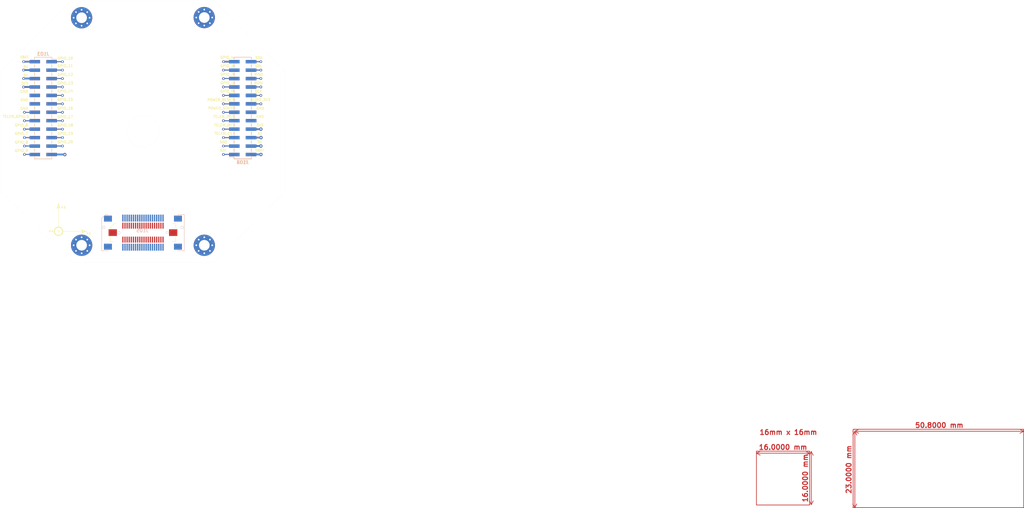
<source format=kicad_pcb>
(kicad_pcb (version 20211014) (generator pcbnew)
  (layers (0 "F.Cu" signal) (31 "B.Cu" signal) (34 "B.Paste" user) (35 "F.Paste" user) (36 "B.SilkS" user "B.Silkscreen") (37 "F.SilkS" user "F.Silkscreen") (38 "B.Mask" user) (39 "F.Mask" user) (44 "Edge.Cuts" user))
  (net 0 "")
  (net 1 "/VBAT")
  (net 2 "/TELEM_GPIO_1")
  (net 3 "/9V")
  (net 4 "/TELEM_GPIO_2")
  (net 5 "/5V")
  (net 6 "/TELEM_GPIO_3")
  (net 7 "/3V3")
  (net 8 "/TELEM_GPIO_4")
  (net 9 "6V_AC_SERVO1")
  (net 10 "/TELEM_GPIO_5")
  (net 11 "/CONT_3V3")
  (net 12 "/SERVO1")
  (net 13 "/B2B_I2C_SDA")
  (net 14 "/SERVO2")
  (net 15 "/B2B_I2C_SCL")
  (net 16 "/B2B_GPIO_8")
  (net 17 "/B2B_SPI_SCK")
  (net 18 "/B2B_GPIO_9")
  (net 19 "/B2B_SPI_MISO")
  (net 20 "/B2B_GPIO_10")
  (net 21 "/B2B_SPI_MOSI")
  (net 22 "/B2B_GPIO_11")
  (net 23 "/CONT_GND")
  (net 24 "/B2B_UART_SDI")
  (net 25 "/B2B_UART_SDO")
  (net 26 "/TELEM_CS")
  (net 27 "/TELEM_INT")
  (net 28 "/TELEM_RST")
  (net 29 "/POWER_STATE")
  (net 30 "/POWER_RESET")
  (net 31 "/B2B_GPIO_12")
  (net 32 "/B2B_GPIO_13")
  (net 33 "/B2B_GPIO_14")
  (net 34 "/B2B_GPIO_15")
  (net 35 "/B2B_GPIO_16")
  (net 36 "/B2B_GPIO_17")
  (net 37 "/B2B_GPIO_18")
  (net 38 "/B2B_GPIO_19")
  (net 39 "/B2B_GPIO_20")
  (net 40 "6V_AC_SERVO2")
  (net 41 "/GND")
  (footprint "Connector_PinHeader_2.54mm:PinHeader_2x12_P2.54mm_Vertical_SMD" (layer "F.Cu") (at -30 -7)
    (fp_text reference "J101" (at 0 -16.3) (layer "F.SilkS"))
    (fp_text value "Conn_02x12_Odd_Even")
    (pad "1" smd rect (at -2.525 -13.97) (size 3.15 1) (layers "F.Cu" "F.Paste" "F.Mask") (net 1 "/VBAT"))
    (pad "2" smd rect (at 2.525 -13.97) (size 3.15 1) (layers "F.Cu" "F.Paste" "F.Mask") (net 20 "/B2B_GPIO_10"))
    (pad "3" smd rect (at -2.525 -11.43) (size 3.15 1) (layers "F.Cu" "F.Paste" "F.Mask") (net 3 "/9V"))
    (pad "4" smd rect (at 2.525 -11.43) (size 3.15 1) (layers "F.Cu" "F.Paste" "F.Mask") (net 22 "/B2B_GPIO_11"))
    (pad "5" smd rect (at -2.525 -8.89) (size 3.15 1) (layers "F.Cu" "F.Paste" "F.Mask") (net 5 "/5V"))
    (pad "6" smd rect (at 2.525 -8.89) (size 3.15 1) (layers "F.Cu" "F.Paste" "F.Mask") (net 31 "/B2B_GPIO_12"))
    (pad "7" smd rect (at -2.525 -6.35) (size 3.15 1) (layers "F.Cu" "F.Paste" "F.Mask") (net 7 "/3V3"))
    (pad "8" smd rect (at 2.525 -6.35) (size 3.15 1) (layers "F.Cu" "F.Paste" "F.Mask") (net 32 "/B2B_GPIO_13"))
    (pad "9" smd rect (at -2.525 -3.81) (size 3.15 1) (layers "F.Cu" "F.Paste" "F.Mask") (net 41 "/GND"))
    (pad "10" smd rect (at 2.525 -3.81) (size 3.15 1) (layers "F.Cu" "F.Paste" "F.Mask") (net 33 "/B2B_GPIO_14"))
    (pad "11" smd rect (at -2.525 -1.27) (size 3.15 1) (layers "F.Cu" "F.Paste" "F.Mask") (net 41 "/GND"))
    (pad "12" smd rect (at 2.525 -1.27) (size 3.15 1) (layers "F.Cu" "F.Paste" "F.Mask") (net 34 "/B2B_GPIO_15"))
    (pad "13" smd rect (at -2.525 1.27) (size 3.15 1) (layers "F.Cu" "F.Paste" "F.Mask") (net 23 "/CONT_GND"))
    (pad "14" smd rect (at 2.525 1.27) (size 3.15 1) (layers "F.Cu" "F.Paste" "F.Mask") (net 35 "/B2B_GPIO_16"))
    (pad "15" smd rect (at -2.525 3.81) (size 3.15 1) (layers "F.Cu" "F.Paste" "F.Mask") (net 10 "/TELEM_GPIO_5"))
    (pad "16" smd rect (at 2.525 3.81) (size 3.15 1) (layers "F.Cu" "F.Paste" "F.Mask") (net 36 "/B2B_GPIO_17"))
    (pad "17" smd rect (at -2.525 6.35) (size 3.15 1) (layers "F.Cu" "F.Paste" "F.Mask") (net 12 "/SERVO1"))
    (pad "18" smd rect (at 2.525 6.35) (size 3.15 1) (layers "F.Cu" "F.Paste" "F.Mask") (net 37 "/B2B_GPIO_18"))
    (pad "19" smd rect (at -2.525 8.89) (size 3.15 1) (layers "F.Cu" "F.Paste" "F.Mask") (net 14 "/SERVO2"))
    (pad "20" smd rect (at 2.525 8.89) (size 3.15 1) (layers "F.Cu" "F.Paste" "F.Mask") (net 38 "/B2B_GPIO_19"))
    (pad "21" smd rect (at -2.525 11.43) (size 3.15 1) (layers "F.Cu" "F.Paste" "F.Mask") (net 16 "/B2B_GPIO_8"))
    (pad "22" smd rect (at 2.525 11.43) (size 3.15 1) (layers "F.Cu" "F.Paste" "F.Mask") (net 39 "/B2B_GPIO_20"))
    (pad "23" smd rect (at -2.525 13.97) (size 3.15 1) (layers "F.Cu" "F.Paste" "F.Mask") (net 18 "/B2B_GPIO_9"))
    (pad "24" smd rect (at 2.525 13.97) (size 3.15 1) (layers "F.Cu" "F.Paste" "F.Mask") (net 40 "6V_AC_SERVO2"))
  )
  (footprint "MountingHole:MountingHole_3.2mm_M3_Pad_Via" (layer "F.Cu") (at -18.44 34.3)
    (fp_text reference "REF**" hide)
    (fp_text value "MountingHole_3.2mm_M3_Pad_Via")
    (pad "1" thru_hole circle (at -2.4 0) (size 0.8 0.8) (drill 0.5) (layers *.Cu *.Mask))
    (pad "1" thru_hole circle (at 0 -2.4) (size 0.8 0.8) (drill 0.5) (layers *.Cu *.Mask))
    (pad "1" thru_hole circle (at 0 0) (size 6.4 6.4) (drill 3.2) (layers *.Cu *.Mask))
    (pad "1" thru_hole circle (at 0 2.4) (size 0.8 0.8) (drill 0.5) (layers *.Cu *.Mask))
    (pad "1" thru_hole circle (at -1.697056 1.697056) (size 0.8 0.8) (drill 0.5) (layers *.Cu *.Mask))
    (pad "1" thru_hole circle (at -1.697056 -1.697056) (size 0.8 0.8) (drill 0.5) (layers *.Cu *.Mask))
    (pad "1" thru_hole circle (at 1.697056 -1.697056) (size 0.8 0.8) (drill 0.5) (layers *.Cu *.Mask))
    (pad "1" thru_hole circle (at 1.697056 1.697056) (size 0.8 0.8) (drill 0.5) (layers *.Cu *.Mask))
    (pad "1" thru_hole circle (at 2.4 0) (size 0.8 0.8) (drill 0.5) (layers *.Cu *.Mask))
  )
  (footprint "memes:axes" (layer "F.Cu") (at -21.8 26.5)
    (fp_text reference "G***" hide)
    (fp_text value "LOGO" hide)
  )
  (footprint "Connector_ISS:536270474" (layer "F.Cu") (at 0 30.5)
    (fp_text reference "J106")
    (fp_text value "536270474")
    (fp_circle (center -7.285 0) (end -6.835 0) (layer "Edge.Cuts") (width 0.1) (fill none))
    (fp_circle (center 7.285 0) (end 7.635 0) (layer "Edge.Cuts") (width 0.1) (fill none))
    (pad "1" smd rect (at -6.0325 -2.1) (size 0.35 1.8) (layers "F.Cu" "F.Paste" "F.Mask"))
    (pad "2" smd rect (at -5.3975 -2.1) (size 0.35 1.8) (layers "F.Cu" "F.Paste" "F.Mask"))
    (pad "3" smd rect (at -4.7625 -2.1) (size 0.35 1.8) (layers "F.Cu" "F.Paste" "F.Mask"))
    (pad "4" smd rect (at -4.1275 -2.1) (size 0.35 1.8) (layers "F.Cu" "F.Paste" "F.Mask"))
    (pad "5" smd rect (at -3.4925 -2.1) (size 0.35 1.8) (layers "F.Cu" "F.Paste" "F.Mask"))
    (pad "6" smd rect (at -2.8575 -2.1) (size 0.35 1.8) (layers "F.Cu" "F.Paste" "F.Mask"))
    (pad "7" smd rect (at -2.2225 -2.1) (size 0.35 1.8) (layers "F.Cu" "F.Paste" "F.Mask"))
    (pad "8" smd rect (at -1.5875 -2.1) (size 0.35 1.8) (layers "F.Cu" "F.Paste" "F.Mask"))
    (pad "9" smd rect (at -0.9525 -2.1) (size 0.35 1.8) (layers "F.Cu" "F.Paste" "F.Mask"))
    (pad "10" smd rect (at -0.3175 -2.1) (size 0.35 1.8) (layers "F.Cu" "F.Paste" "F.Mask"))
    (pad "11" smd rect (at 0.3175 -2.1) (size 0.35 1.8) (layers "F.Cu" "F.Paste" "F.Mask"))
    (pad "12" smd rect (at 0.9525 -2.1) (size 0.35 1.8) (layers "F.Cu" "F.Paste" "F.Mask"))
    (pad "13" smd rect (at 1.5875 -2.1) (size 0.35 1.8) (layers "F.Cu" "F.Paste" "F.Mask"))
    (pad "14" smd rect (at 2.2225 -2.1) (size 0.35 1.8) (layers "F.Cu" "F.Paste" "F.Mask"))
    (pad "15" smd rect (at 2.8575 -2.1) (size 0.35 1.8) (layers "F.Cu" "F.Paste" "F.Mask"))
    (pad "16" smd rect (at 3.4925 -2.1) (size 0.35 1.8) (layers "F.Cu" "F.Paste" "F.Mask"))
    (pad "17" smd rect (at 4.1275 -2.1) (size 0.35 1.8) (layers "F.Cu" "F.Paste" "F.Mask"))
    (pad "18" smd rect (at 4.7625 -2.1) (size 0.35 1.8) (layers "F.Cu" "F.Paste" "F.Mask"))
    (pad "19" smd rect (at 5.3975 -2.1) (size 0.35 1.8) (layers "F.Cu" "F.Paste" "F.Mask"))
    (pad "20" smd rect (at 6.0325 -2.1) (size 0.35 1.8) (layers "F.Cu" "F.Paste" "F.Mask"))
    (pad "21" smd rect (at 6.0325 2.1) (size 0.35 1.8) (layers "F.Cu" "F.Paste" "F.Mask"))
    (pad "22" smd rect (at 5.3975 2.1) (size 0.35 1.8) (layers "F.Cu" "F.Paste" "F.Mask"))
    (pad "23" smd rect (at 4.7625 2.1) (size 0.35 1.8) (layers "F.Cu" "F.Paste" "F.Mask"))
    (pad "24" smd rect (at 4.1275 2.1) (size 0.35 1.8) (layers "F.Cu" "F.Paste" "F.Mask"))
    (pad "25" smd rect (at 3.4925 2.1) (size 0.35 1.8) (layers "F.Cu" "F.Paste" "F.Mask"))
    (pad "26" smd rect (at 2.8575 2.1) (size 0.35 1.8) (layers "F.Cu" "F.Paste" "F.Mask"))
    (pad "27" smd rect (at 2.2225 2.1) (size 0.35 1.8) (layers "F.Cu" "F.Paste" "F.Mask"))
    (pad "28" smd rect (at 1.5875 2.1) (size 0.35 1.8) (layers "F.Cu" "F.Paste" "F.Mask"))
    (pad "29" smd rect (at 0.9525 2.1) (size 0.35 1.8) (layers "F.Cu" "F.Paste" "F.Mask"))
    (pad "30" smd rect (at 0.3175 2.1) (size 0.35 1.8) (layers "F.Cu" "F.Paste" "F.Mask"))
    (pad "31" smd rect (at -0.3175 2.1) (size 0.35 1.8) (layers "F.Cu" "F.Paste" "F.Mask"))
    (pad "32" smd rect (at -0.9525 2.1) (size 0.35 1.8) (layers "F.Cu" "F.Paste" "F.Mask"))
    (pad "33" smd rect (at -1.5875 2.1) (size 0.35 1.8) (layers "F.Cu" "F.Paste" "F.Mask"))
    (pad "34" smd rect (at -2.2225 2.1) (size 0.35 1.8) (layers "F.Cu" "F.Paste" "F.Mask"))
    (pad "35" smd rect (at -2.8575 2.1) (size 0.35 1.8) (layers "F.Cu" "F.Paste" "F.Mask"))
    (pad "36" smd rect (at -3.4925 2.1) (size 0.35 1.8) (layers "F.Cu" "F.Paste" "F.Mask"))
    (pad "37" smd rect (at -4.1275 2.1) (size 0.35 1.8) (layers "F.Cu" "F.Paste" "F.Mask"))
    (pad "38" smd rect (at -4.7625 2.1) (size 0.35 1.8) (layers "F.Cu" "F.Paste" "F.Mask"))
    (pad "39" smd rect (at -5.3975 2.1) (size 0.35 1.8) (layers "F.Cu" "F.Paste" "F.Mask"))
    (pad "40" smd rect (at -6.0325 2.1) (size 0.35 1.8) (layers "F.Cu" "F.Paste" "F.Mask"))
    (pad "GND" smd rect (at -9.085 0) (size 2.5 2) (layers "F.Cu" "F.Paste" "F.Mask"))
    (pad "GND" smd rect (at 9.085 0) (size 2.5 2) (layers "F.Cu" "F.Paste" "F.Mask"))
  )
  (footprint "Connector_PinHeader_2.54mm:PinHeader_2x12_P2.54mm_Vertical_SMD" (layer "F.Cu") (at 30 -7 180)
    (fp_text reference "J102" (at 0 -16.3) (layer "F.SilkS"))
    (fp_text value "Conn_02x12_Odd_Even")
    (pad "1" smd rect (at -2.525 -13.97 180) (size 3.15 1) (layers "F.Cu" "F.Paste" "F.Mask") (net 1 "/VBAT"))
    (pad "2" smd rect (at 2.525 -13.97 180) (size 3.15 1) (layers "F.Cu" "F.Paste" "F.Mask") (net 24 "/B2B_UART_SDI"))
    (pad "3" smd rect (at -2.525 -11.43 180) (size 3.15 1) (layers "F.Cu" "F.Paste" "F.Mask") (net 3 "/9V"))
    (pad "4" smd rect (at 2.525 -11.43 180) (size 3.15 1) (layers "F.Cu" "F.Paste" "F.Mask") (net 25 "/B2B_UART_SDO"))
    (pad "5" smd rect (at -2.525 -8.89 180) (size 3.15 1) (layers "F.Cu" "F.Paste" "F.Mask") (net 5 "/5V"))
    (pad "6" smd rect (at 2.525 -8.89 180) (size 3.15 1) (layers "F.Cu" "F.Paste" "F.Mask") (net 26 "/TELEM_CS"))
    (pad "7" smd rect (at -2.525 -6.35 180) (size 3.15 1) (layers "F.Cu" "F.Paste" "F.Mask") (net 7 "/3V3"))
    (pad "8" smd rect (at 2.525 -6.35 180) (size 3.15 1) (layers "F.Cu" "F.Paste" "F.Mask") (net 27 "/TELEM_INT"))
    (pad "9" smd rect (at -2.525 -3.81 180) (size 3.15 1) (layers "F.Cu" "F.Paste" "F.Mask") (net 41 "/GND"))
    (pad "10" smd rect (at 2.525 -3.81 180) (size 3.15 1) (layers "F.Cu" "F.Paste" "F.Mask") (net 28 "/TELEM_RST"))
    (pad "11" smd rect (at -2.525 -1.27 180) (size 3.15 1) (layers "F.Cu" "F.Paste" "F.Mask") (net 41 "/GND"))
    (pad "12" smd rect (at 2.525 -1.27 180) (size 3.15 1) (layers "F.Cu" "F.Paste" "F.Mask") (net 29 "/POWER_STATE"))
    (pad "13" smd rect (at -2.525 1.27 180) (size 3.15 1) (layers "F.Cu" "F.Paste" "F.Mask") (net 11 "/CONT_3V3"))
    (pad "14" smd rect (at 2.525 1.27 180) (size 3.15 1) (layers "F.Cu" "F.Paste" "F.Mask") (net 30 "/POWER_RESET"))
    (pad "15" smd rect (at -2.525 3.81 180) (size 3.15 1) (layers "F.Cu" "F.Paste" "F.Mask") (net 17 "/B2B_SPI_SCK"))
    (pad "16" smd rect (at 2.525 3.81 180) (size 3.15 1) (layers "F.Cu" "F.Paste" "F.Mask") (net 2 "/TELEM_GPIO_1"))
    (pad "17" smd rect (at -2.525 6.35 180) (size 3.15 1) (layers "F.Cu" "F.Paste" "F.Mask") (net 21 "/B2B_SPI_MOSI"))
    (pad "18" smd rect (at 2.525 6.35 180) (size 3.15 1) (layers "F.Cu" "F.Paste" "F.Mask") (net 4 "/TELEM_GPIO_2"))
    (pad "19" smd rect (at -2.525 8.89 180) (size 3.15 1) (layers "F.Cu" "F.Paste" "F.Mask") (net 19 "/B2B_SPI_MISO"))
    (pad "20" smd rect (at 2.525 8.89 180) (size 3.15 1) (layers "F.Cu" "F.Paste" "F.Mask") (net 6 "/TELEM_GPIO_3"))
    (pad "21" smd rect (at -2.525 11.43 180) (size 3.15 1) (layers "F.Cu" "F.Paste" "F.Mask") (net 15 "/B2B_I2C_SCL"))
    (pad "22" smd rect (at 2.525 11.43 180) (size 3.15 1) (layers "F.Cu" "F.Paste" "F.Mask") (net 8 "/TELEM_GPIO_4"))
    (pad "23" smd rect (at -2.525 13.97 180) (size 3.15 1) (layers "F.Cu" "F.Paste" "F.Mask") (net 13 "/B2B_I2C_SDA"))
    (pad "24" smd rect (at 2.525 13.97 180) (size 3.15 1) (layers "F.Cu" "F.Paste" "F.Mask") (net 9 "6V_AC_SERVO1"))
  )
  (footprint "MountingHole:MountingHole_3.2mm_M3_Pad_Via" (layer "F.Cu") (at 18.44 -34.25)
    (fp_text reference "REF**" hide)
    (fp_text value "MountingHole_3.2mm_M3_Pad_Via")
    (pad "1" thru_hole circle (at 2.4 0) (size 0.8 0.8) (drill 0.5) (layers *.Cu *.Mask))
    (pad "1" thru_hole circle (at -1.697056 1.697056) (size 0.8 0.8) (drill 0.5) (layers *.Cu *.Mask))
    (pad "1" thru_hole circle (at 0 2.4) (size 0.8 0.8) (drill 0.5) (layers *.Cu *.Mask))
    (pad "1" thru_hole circle (at -1.697056 -1.697056) (size 0.8 0.8) (drill 0.5) (layers *.Cu *.Mask))
    (pad "1" thru_hole circle (at -2.4 0) (size 0.8 0.8) (drill 0.5) (layers *.Cu *.Mask))
    (pad "1" thru_hole circle (at 1.697056 1.697056) (size 0.8 0.8) (drill 0.5) (layers *.Cu *.Mask))
    (pad "1" thru_hole circle (at 1.697056 -1.697056) (size 0.8 0.8) (drill 0.5) (layers *.Cu *.Mask))
    (pad "1" thru_hole circle (at 0 -2.4) (size 0.8 0.8) (drill 0.5) (layers *.Cu *.Mask))
    (pad "1" thru_hole circle (at 0 0) (size 6.4 6.4) (drill 3.2) (layers *.Cu *.Mask))
  )
  (footprint "MountingHole:MountingHole_3.2mm_M3_Pad_Via" (layer "F.Cu") (at 18.45 34.3)
    (fp_text reference "REF**" hide)
    (fp_text value "MountingHole_3.2mm_M3_Pad_Via")
    (pad "1" thru_hole circle (at 0 0) (size 6.4 6.4) (drill 3.2) (layers *.Cu *.Mask))
    (pad "1" thru_hole circle (at 1.697056 -1.697056) (size 0.8 0.8) (drill 0.5) (layers *.Cu *.Mask))
    (pad "1" thru_hole circle (at -1.697056 -1.697056) (size 0.8 0.8) (drill 0.5) (layers *.Cu *.Mask))
    (pad "1" thru_hole circle (at -2.4 0) (size 0.8 0.8) (drill 0.5) (layers *.Cu *.Mask))
    (pad "1" thru_hole circle (at -1.697056 1.697056) (size 0.8 0.8) (drill 0.5) (layers *.Cu *.Mask))
    (pad "1" thru_hole circle (at 2.4 0) (size 0.8 0.8) (drill 0.5) (layers *.Cu *.Mask))
    (pad "1" thru_hole circle (at 0 -2.4) (size 0.8 0.8) (drill 0.5) (layers *.Cu *.Mask))
    (pad "1" thru_hole circle (at 0 2.4) (size 0.8 0.8) (drill 0.5) (layers *.Cu *.Mask))
    (pad "1" thru_hole circle (at 1.697056 1.697056) (size 0.8 0.8) (drill 0.5) (layers *.Cu *.Mask))
  )
  (footprint "MountingHole:MountingHole_3.2mm_M3_Pad_Via" (layer "F.Cu") (at -18.45 -34.19)
    (fp_text reference "REF**" hide)
    (fp_text value "MountingHole_3.2mm_M3_Pad_Via")
    (pad "1" thru_hole circle (at -2.4 0) (size 0.8 0.8) (drill 0.5) (layers *.Cu *.Mask))
    (pad "1" thru_hole circle (at 0 -2.4) (size 0.8 0.8) (drill 0.5) (layers *.Cu *.Mask))
    (pad "1" thru_hole circle (at 0 2.4) (size 0.8 0.8) (drill 0.5) (layers *.Cu *.Mask))
    (pad "1" thru_hole circle (at 1.697056 -1.697056) (size 0.8 0.8) (drill 0.5) (layers *.Cu *.Mask))
    (pad "1" thru_hole circle (at 2.4 0) (size 0.8 0.8) (drill 0.5) (layers *.Cu *.Mask))
    (pad "1" thru_hole circle (at -1.697056 1.697056) (size 0.8 0.8) (drill 0.5) (layers *.Cu *.Mask))
    (pad "1" thru_hole circle (at 0 0) (size 6.4 6.4) (drill 3.2) (layers *.Cu *.Mask))
    (pad "1" thru_hole circle (at -1.697056 -1.697056) (size 0.8 0.8) (drill 0.5) (layers *.Cu *.Mask))
    (pad "1" thru_hole circle (at 1.697056 1.697056) (size 0.8 0.8) (drill 0.5) (layers *.Cu *.Mask))
  )
  (footprint "Connector_ISS:2091680401" (layer "B.Cu") (at 0 30.5 180)
    (fp_text reference "J105" (at 0.15 0.62 unlocked) (layer "B.SilkS") (effects (justify mirror)))
    (fp_text value "Receptacle")
    (fp_circle (center 11.78 1.58) (end 12.18 1.58) (layer "Edge.Cuts") (width 0.12) (fill none))
    (fp_circle (center -11.78 1.58) (end -11.38 1.58) (layer "Edge.Cuts") (width 0.12) (fill none))
    (pad "1" smd rect (at 6.0325 4.375 90) (size 2.1 0.4) (layers "B.Cu" "B.Paste" "B.Mask"))
    (pad "2" smd rect (at 5.3975 4.375 90) (size 2.1 0.4) (layers "B.Cu" "B.Paste" "B.Mask"))
    (pad "3" smd rect (at 4.7625 4.375 90) (size 2.1 0.4) (layers "B.Cu" "B.Paste" "B.Mask"))
    (pad "4" smd rect (at 4.1275 4.375 90) (size 2.1 0.4) (layers "B.Cu" "B.Paste" "B.Mask"))
    (pad "5" smd rect (at 3.4925 4.375 90) (size 2.1 0.4) (layers "B.Cu" "B.Paste" "B.Mask"))
    (pad "6" smd rect (at 2.8575 4.375 90) (size 2.1 0.4) (layers "B.Cu" "B.Paste" "B.Mask"))
    (pad "7" smd rect (at 2.2225 4.375 90) (size 2.1 0.4) (layers "B.Cu" "B.Paste" "B.Mask"))
    (pad "8" smd rect (at 1.5875 4.375 90) (size 2.1 0.4) (layers "B.Cu" "B.Paste" "B.Mask"))
    (pad "9" smd rect (at 0.9525 4.375 90) (size 2.1 0.4) (layers "B.Cu" "B.Paste" "B.Mask"))
    (pad "10" smd rect (at 0.3175 4.375 90) (size 2.1 0.4) (layers "B.Cu" "B.Paste" "B.Mask"))
    (pad "11" smd rect (at -0.3175 4.375 90) (size 2.1 0.4) (layers "B.Cu" "B.Paste" "B.Mask"))
    (pad "12" smd rect (at -0.9525 4.375 90) (size 2.1 0.4) (layers "B.Cu" "B.Paste" "B.Mask"))
    (pad "13" smd rect (at -1.5875 4.375 90) (size 2.1 0.4) (layers "B.Cu" "B.Paste" "B.Mask"))
    (pad "14" smd rect (at -2.2225 4.375 90) (size 2.1 0.4) (layers "B.Cu" "B.Paste" "B.Mask"))
    (pad "15" smd rect (at -2.8575 4.375 90) (size 2.1 0.4) (layers "B.Cu" "B.Paste" "B.Mask"))
    (pad "16" smd rect (at -3.4925 4.375 90) (size 2.1 0.4) (layers "B.Cu" "B.Paste" "B.Mask"))
    (pad "17" smd rect (at -4.1275 4.375 90) (size 2.1 0.4) (layers "B.Cu" "B.Paste" "B.Mask"))
    (pad "18" smd rect (at -4.7625 4.375 90) (size 2.1 0.4) (layers "B.Cu" "B.Paste" "B.Mask"))
    (pad "19" smd rect (at -5.3975 4.375 90) (size 2.1 0.4) (layers "B.Cu" "B.Paste" "B.Mask"))
    (pad "20" smd rect (at -6.0325 4.375 90) (size 2.1 0.4) (layers "B.Cu" "B.Paste" "B.Mask"))
    (pad "21" smd rect (at -6.0325 -4.375 90) (size 2.1 0.4) (layers "B.Cu" "B.Paste" "B.Mask"))
    (pad "22" smd rect (at -5.3975 -4.375 90) (size 2.1 0.4) (layers "B.Cu" "B.Paste" "B.Mask"))
    (pad "23" smd rect (at -4.7625 -4.375 90) (size 2.1 0.4) (layers "B.Cu" "B.Paste" "B.Mask"))
    (pad "24" smd rect (at -4.1275 -4.375 90) (size 2.1 0.4) (layers "B.Cu" "B.Paste" "B.Mask"))
    (pad "25" smd rect (at -3.4925 -4.375 90) (size 2.1 0.4) (layers "B.Cu" "B.Paste" "B.Mask"))
    (pad "26" smd rect (at -2.8575 -4.375 90) (size 2.1 0.4) (layers "B.Cu" "B.Paste" "B.Mask"))
    (pad "27" smd rect (at -2.2225 -4.375 90) (size 2.1 0.4) (layers "B.Cu" "B.Paste" "B.Mask"))
    (pad "28" smd rect (at -1.5875 -4.375 90) (size 2.1 0.4) (layers "B.Cu" "B.Paste" "B.Mask"))
    (pad "29" smd rect (at -0.9525 -4.375 90) (size 2.1 0.4) (layers "B.Cu" "B.Paste" "B.Mask"))
    (pad "30" smd rect (at -0.3175 -4.375 90) (size 2.1 0.4) (layers "B.Cu" "B.Paste" "B.Mask"))
    (pad "31" smd rect (at 0.3175 -4.375 90) (size 2.1 0.4) (layers "B.Cu" "B.Paste" "B.Mask"))
    (pad "32" smd rect (at 0.9525 -4.375 90) (size 2.1 0.4) (layers "B.Cu" "B.Paste" "B.Mask"))
    (pad "33" smd rect (at 1.5875 -4.375 90) (size 2.1 0.4) (layers "B.Cu" "B.Paste" "B.Mask"))
    (pad "34" smd rect (at 2.2225 -4.375 90) (size 2.1 0.4) (layers "B.Cu" "B.Paste" "B.Mask"))
    (pad "35" smd rect (at 2.8575 -4.375 90) (size 2.1 0.4) (layers "B.Cu" "B.Paste" "B.Mask"))
    (pad "36" smd rect (at 3.4925 -4.375 90) (size 2.1 0.4) (layers "B.Cu" "B.Paste" "B.Mask"))
    (pad "37" smd rect (at 4.1275 -4.375 90) (size 2.1 0.4) (layers "B.Cu" "B.Paste" "B.Mask"))
    (pad "38" smd rect (at 4.7625 -4.375 90) (size 2.1 0.4) (layers "B.Cu" "B.Paste" "B.Mask"))
    (pad "39" smd rect (at 5.3975 -4.375 90) (size 2.1 0.4) (layers "B.Cu" "B.Paste" "B.Mask"))
    (pad "40" smd rect (at 6.0325 -4.375 90) (size 2.1 0.4) (layers "B.Cu" "B.Paste" "B.Mask"))
    (pad "GND" smd rect (at 10.53 4.225 180) (size 2.4 1.8) (layers "B.Cu" "B.Paste" "B.Mask"))
    (pad "GND" smd rect (at -10.53 4.225 180) (size 2.4 1.8) (layers "B.Cu" "B.Paste" "B.Mask"))
    (pad "GND" smd rect (at -10.53 -4.225 180) (size 2.4 1.8) (layers "B.Cu" "B.Paste" "B.Mask"))
    (pad "GND" smd rect (at 10.53 -4.225 180) (size 2.4 1.8) (layers *.Paste "B.Cu" "B.Mask"))
  )
  (footprint "Connector_PinHeader_2.54mm:PinHeader_2x12_P2.54mm_Vertical_SMD" (layer "B.Cu") (at 30 -7)
    (fp_text reference "J104" (at 0 16.3) (layer "B.SilkS") (effects (justify mirror)))
    (fp_text value "Conn_02x12_Odd_Even")
    (pad "1" smd rect (at -2.525 13.97) (size 3.15 1) (layers "B.Cu" "B.Paste" "B.Mask") (net 24 "/B2B_UART_SDI"))
    (pad "2" smd rect (at 2.525 13.97) (size 3.15 1) (layers "B.Cu" "B.Paste" "B.Mask") (net 1 "/VBAT"))
    (pad "3" smd rect (at -2.525 11.43) (size 3.15 1) (layers "B.Cu" "B.Paste" "B.Mask") (net 25 "/B2B_UART_SDO"))
    (pad "4" smd rect (at 2.525 11.43) (size 3.15 1) (layers "B.Cu" "B.Paste" "B.Mask") (net 3 "/9V"))
    (pad "5" smd rect (at -2.525 8.89) (size 3.15 1) (layers "B.Cu" "B.Paste" "B.Mask") (net 26 "/TELEM_CS"))
    (pad "6" smd rect (at 2.525 8.89) (size 3.15 1) (layers "B.Cu" "B.Paste" "B.Mask") (net 5 "/5V"))
    (pad "7" smd rect (at -2.525 6.35) (size 3.15 1) (layers "B.Cu" "B.Paste" "B.Mask") (net 27 "/TELEM_INT"))
    (pad "8" smd rect (at 2.525 6.35) (size 3.15 1) (layers "B.Cu" "B.Paste" "B.Mask") (net 7 "/3V3"))
    (pad "9" smd rect (at -2.525 3.81) (size 3.15 1) (layers "B.Cu" "B.Paste" "B.Mask") (net 28 "/TELEM_RST"))
    (pad "10" smd rect (at 2.525 3.81) (size 3.15 1) (layers "B.Cu" "B.Paste" "B.Mask") (net 41 "/GND"))
    (pad "11" smd rect (at -2.525 1.27) (size 3.15 1) (layers "B.Cu" "B.Paste" "B.Mask") (net 29 "/POWER_STATE"))
    (pad "12" smd rect (at 2.525 1.27) (size 3.15 1) (layers "B.Cu" "B.Paste" "B.Mask") (net 41 "/GND"))
    (pad "13" smd rect (at -2.525 -1.27) (size 3.15 1) (layers "B.Cu" "B.Paste" "B.Mask") (net 30 "/POWER_RESET"))
    (pad "14" smd rect (at 2.525 -1.27) (size 3.15 1) (layers "B.Cu" "B.Paste" "B.Mask") (net 11 "/CONT_3V3"))
    (pad "15" smd rect (at -2.525 -3.81) (size 3.15 1) (layers "B.Cu" "B.Paste" "B.Mask") (net 2 "/TELEM_GPIO_1"))
    (pad "16" smd rect (at 2.525 -3.81) (size 3.15 1) (layers "B.Cu" "B.Paste" "B.Mask") (net 17 "/B2B_SPI_SCK"))
    (pad "17" smd rect (at -2.525 -6.35) (size 3.15 1) (layers "B.Cu" "B.Paste" "B.Mask") (net 4 "/TELEM_GPIO_2"))
    (pad "18" smd rect (at 2.525 -6.35) (size 3.15 1) (layers "B.Cu" "B.Paste" "B.Mask") (net 21 "/B2B_SPI_MOSI"))
    (pad "19" smd rect (at -2.525 -8.89) (size 3.15 1) (layers "B.Cu" "B.Paste" "B.Mask") (net 6 "/TELEM_GPIO_3"))
    (pad "20" smd rect (at 2.525 -8.89) (size 3.15 1) (layers "B.Cu" "B.Paste" "B.Mask") (net 19 "/B2B_SPI_MISO"))
    (pad "21" smd rect (at -2.525 -11.43) (size 3.15 1) (layers "B.Cu" "B.Paste" "B.Mask") (net 8 "/TELEM_GPIO_4"))
    (pad "22" smd rect (at 2.525 -11.43) (size 3.15 1) (layers "B.Cu" "B.Paste" "B.Mask") (net 15 "/B2B_I2C_SCL"))
    (pad "23" smd rect (at -2.525 -13.97) (size 3.15 1) (layers "B.Cu" "B.Paste" "B.Mask") (net 9 "6V_AC_SERVO1"))
    (pad "24" smd rect (at 2.525 -13.97) (size 3.15 1) (layers "B.Cu" "B.Paste" "B.Mask") (net 13 "/B2B_I2C_SDA"))
  )
  (footprint "Connector_PinHeader_2.54mm:PinHeader_2x12_P2.54mm_Vertical_SMD" (layer "B.Cu") (at 30 -7)
    (fp_text reference "J102" (at 0 16.3) (layer "B.SilkS") (effects (justify mirror)))
    (fp_text value "Conn_02x12_Odd_Even")
    (pad "1" smd rect (at -2.525 13.97) (size 3.15 1) (layers "B.Cu" "B.Paste" "B.Mask") (net 24 "/B2B_UART_SDI"))
    (pad "2" smd rect (at 2.525 13.97) (size 3.15 1) (layers "B.Cu" "B.Paste" "B.Mask") (net 1 "/VBAT"))
    (pad "3" smd rect (at -2.525 11.43) (size 3.15 1) (layers "B.Cu" "B.Paste" "B.Mask") (net 25 "/B2B_UART_SDO"))
    (pad "4" smd rect (at 2.525 11.43) (size 3.15 1) (layers "B.Cu" "B.Paste" "B.Mask") (net 3 "/9V"))
    (pad "5" smd rect (at -2.525 8.89) (size 3.15 1) (layers "B.Cu" "B.Paste" "B.Mask") (net 26 "/TELEM_CS"))
    (pad "6" smd rect (at 2.525 8.89) (size 3.15 1) (layers "B.Cu" "B.Paste" "B.Mask") (net 5 "/5V"))
    (pad "7" smd rect (at -2.525 6.35) (size 3.15 1) (layers "B.Cu" "B.Paste" "B.Mask") (net 27 "/TELEM_INT"))
    (pad "8" smd rect (at 2.525 6.35) (size 3.15 1) (layers "B.Cu" "B.Paste" "B.Mask") (net 7 "/3V3"))
    (pad "9" smd rect (at -2.525 3.81) (size 3.15 1) (layers "B.Cu" "B.Paste" "B.Mask") (net 28 "/TELEM_RST"))
    (pad "10" smd rect (at 2.525 3.81) (size 3.15 1) (layers "B.Cu" "B.Paste" "B.Mask") (net 41 "/GND"))
    (pad "11" smd rect (at -2.525 1.27) (size 3.15 1) (layers "B.Cu" "B.Paste" "B.Mask") (net 29 "/POWER_STATE"))
    (pad "12" smd rect (at 2.525 1.27) (size 3.15 1) (layers "B.Cu" "B.Paste" "B.Mask") (net 41 "/GND"))
    (pad "13" smd rect (at -2.525 -1.27) (size 3.15 1) (layers "B.Cu" "B.Paste" "B.Mask") (net 30 "/POWER_RESET"))
    (pad "14" smd rect (at 2.525 -1.27) (size 3.15 1) (layers "B.Cu" "B.Paste" "B.Mask") (net 11 "/CONT_3V3"))
    (pad "15" smd rect (at -2.525 -3.81) (size 3.15 1) (layers "B.Cu" "B.Paste" "B.Mask") (net 2 "/TELEM_GPIO_1"))
    (pad "16" smd rect (at 2.525 -3.81) (size 3.15 1) (layers "B.Cu" "B.Paste" "B.Mask") (net 17 "/B2B_SPI_SCK"))
    (pad "17" smd rect (at -2.525 -6.35) (size 3.15 1) (layers "B.Cu" "B.Paste" "B.Mask") (net 4 "/TELEM_GPIO_2"))
    (pad "18" smd rect (at 2.525 -6.35) (size 3.15 1) (layers "B.Cu" "B.Paste" "B.Mask") (net 21 "/B2B_SPI_MOSI"))
    (pad "19" smd rect (at -2.525 -8.89) (size 3.15 1) (layers "B.Cu" "B.Paste" "B.Mask") (net 6 "/TELEM_GPIO_3"))
    (pad "20" smd rect (at 2.525 -8.89) (size 3.15 1) (layers "B.Cu" "B.Paste" "B.Mask") (net 19 "/B2B_SPI_MISO"))
    (pad "21" smd rect (at -2.525 -11.43) (size 3.15 1) (layers "B.Cu" "B.Paste" "B.Mask") (net 8 "/TELEM_GPIO_4"))
    (pad "22" smd rect (at 2.525 -11.43) (size 3.15 1) (layers "B.Cu" "B.Paste" "B.Mask") (net 15 "/B2B_I2C_SCL"))
    (pad "23" smd rect (at -2.525 -13.97) (size 3.15 1) (layers "B.Cu" "B.Paste" "B.Mask") (net 9 "6V_AC_SERVO1"))
    (pad "24" smd rect (at 2.525 -13.97) (size 3.15 1) (layers "B.Cu" "B.Paste" "B.Mask") (net 13 "/B2B_I2C_SDA"))
  )
  (footprint "Connector_PinHeader_2.54mm:PinHeader_2x12_P2.54mm_Vertical_SMD" (layer "B.Cu") (at -30 -7 180)
    (fp_text reference "J103" (at 0 16.3) (layer "B.SilkS") (effects (justify mirror)))
    (fp_text value "Conn_02x12_Odd_Even")
    (pad "1" smd rect (at -2.525 13.97 180) (size 3.15 1) (layers "B.Cu" "B.Paste" "B.Mask") (net 20 "/B2B_GPIO_10"))
    (pad "2" smd rect (at 2.525 13.97 180) (size 3.15 1) (layers "B.Cu" "B.Paste" "B.Mask") (net 1 "/VBAT"))
    (pad "3" smd rect (at -2.525 11.43 180) (size 3.15 1) (layers "B.Cu" "B.Paste" "B.Mask") (net 22 "/B2B_GPIO_11"))
    (pad "4" smd rect (at 2.525 11.43 180) (size 3.15 1) (layers "B.Cu" "B.Paste" "B.Mask") (net 3 "/9V"))
    (pad "5" smd rect (at -2.525 8.89 180) (size 3.15 1) (layers "B.Cu" "B.Paste" "B.Mask") (net 31 "/B2B_GPIO_12"))
    (pad "6" smd rect (at 2.525 8.89 180) (size 3.15 1) (layers "B.Cu" "B.Paste" "B.Mask") (net 5 "/5V"))
    (pad "7" smd rect (at -2.525 6.35 180) (size 3.15 1) (layers "B.Cu" "B.Paste" "B.Mask") (net 32 "/B2B_GPIO_13"))
    (pad "8" smd rect (at 2.525 6.35 180) (size 3.15 1) (layers "B.Cu" "B.Paste" "B.Mask") (net 7 "/3V3"))
    (pad "9" smd rect (at -2.525 3.81 180) (size 3.15 1) (layers "B.Cu" "B.Paste" "B.Mask") (net 33 "/B2B_GPIO_14"))
    (pad "10" smd rect (at 2.525 3.81 180) (size 3.15 1) (layers "B.Cu" "B.Paste" "B.Mask") (net 41 "/GND"))
    (pad "11" smd rect (at -2.525 1.27 180) (size 3.15 1) (layers "B.Cu" "B.Paste" "B.Mask") (net 34 "/B2B_GPIO_15"))
    (pad "12" smd rect (at 2.525 1.27 180) (size 3.15 1) (layers "B.Cu" "B.Paste" "B.Mask") (net 41 "/GND"))
    (pad "13" smd rect (at -2.525 -1.27 180) (size 3.15 1) (layers "B.Cu" "B.Paste" "B.Mask") (net 35 "/B2B_GPIO_16"))
    (pad "14" smd rect (at 2.525 -1.27 180) (size 3.15 1) (layers "B.Cu" "B.Paste" "B.Mask") (net 23 "/CONT_GND"))
    (pad "15" smd rect (at -2.525 -3.81 180) (size 3.15 1) (layers "B.Cu" "B.Paste" "B.Mask") (net 36 "/B2B_GPIO_17"))
    (pad "16" smd rect (at 2.525 -3.81 180) (size 3.15 1) (layers "B.Cu" "B.Paste" "B.Mask") (net 10 "/TELEM_GPIO_5"))
    (pad "17" smd rect (at -2.525 -6.35 180) (size 3.15 1) (layers "B.Cu" "B.Paste" "B.Mask") (net 37 "/B2B_GPIO_18"))
    (pad "18" smd rect (at 2.525 -6.35 180) (size 3.15 1) (layers "B.Cu" "B.Paste" "B.Mask") (net 12 "/SERVO1"))
    (pad "19" smd rect (at -2.525 -8.89 180) (size 3.15 1) (layers "B.Cu" "B.Paste" "B.Mask") (net 38 "/B2B_GPIO_19"))
    (pad "20" smd rect (at 2.525 -8.89 180) (size 3.15 1) (layers "B.Cu" "B.Paste" "B.Mask") (net 14 "/SERVO2"))
    (pad "21" smd rect (at -2.525 -11.43 180) (size 3.15 1) (layers "B.Cu" "B.Paste" "B.Mask") (net 39 "/B2B_GPIO_20"))
    (pad "22" smd rect (at 2.525 -11.43 180) (size 3.15 1) (layers "B.Cu" "B.Paste" "B.Mask") (net 16 "/B2B_GPIO_8"))
    (pad "23" smd rect (at -2.525 -13.97 180) (size 3.15 1) (layers "B.Cu" "B.Paste" "B.Mask") (net 40 "6V_AC_SERVO2"))
    (pad "24" smd rect (at 2.525 -13.97 180) (size 3.15 1) (layers "B.Cu" "B.Paste" "B.Mask") (net 18 "/B2B_GPIO_9"))
  )
  (gr_rect (start 213.6 113.3) (end 264.9 89.7) (layer "F.Cu") (width 0.2) (fill none))
  (gr_rect (start 200.5 96.3) (end 184.5 112.5) (layer "F.Cu") (width 0.2) (fill none))
  (gr_line (start -42.988115 17.80626) (end -21.287337 39.53) (layer "Edge.Cuts") (width 0.01))
  (gr_line (start 42.988115 17.80626) (end 42.988115 -17.80626) (layer "Edge.Cuts") (width 0.01))
  (gr_circle (center -18.442536 -34.247282) (end -16.892536 -34.247282) (layer "Edge.Cuts") (width 0.01) (fill none))
  (gr_line (start -21.287337 -39.53) (end -42.988115 -17.80626) (layer "Edge.Cuts") (width 0.01))
  (gr_circle (center 0 0) (end 4.8125 0) (layer "Edge.Cuts") (width 0.01) (fill none))
  (gr_circle (center -18.442536 34.247282) (end -16.892536 34.247282) (layer "Edge.Cuts") (width 0.01) (fill none))
  (gr_line (start 21.287337 39.53) (end 42.988115 17.80626) (layer "Edge.Cuts") (width 0.01))
  (gr_line (start -42.988115 -17.80626) (end -42.988115 17.80626) (layer "Edge.Cuts") (width 0.01))
  (gr_line (start 21.287337 39.53) (end -21.287337 39.53) (layer "Edge.Cuts") (width 0.01))
  (gr_circle (center 18.442536 -34.247282) (end 19.992536 -34.247282) (layer "Edge.Cuts") (width 0.01) (fill none))
  (gr_line (start 42.988115 -17.80626) (end 21.287337 -39.53) (layer "Edge.Cuts") (width 0.01))
  (gr_circle (center 18.442536 34.247282) (end 19.992536 34.247282) (layer "Edge.Cuts") (width 0.01) (fill none))
  (gr_line (start 21.287337 -39.53) (end -21.287337 -39.53) (layer "Edge.Cuts") (width 0.01))
  (gr_text "16mm x 16mm" (at 194.1 90.6) (layer "F.Cu") (effects (font (size 1.5 1.5) (thickness 0.3))))
  (gr_text "CONT_3V3" (at 35.54 -9.51) (layer "F.SilkS") (effects (font (size 0.75 0.75))))
  (gr_text "TELEM_GPIO_5" (at -38.2246 -4.485) (layer "F.SilkS") (effects (font (size 0.75 0.75))))
  (gr_text "GPIO_9" (at -36.544314 5.825) (layer "F.SilkS") (effects (font (size 0.75 0.75))))
  (gr_text "SDO" (at 24.2 3.25) (layer "F.SilkS") (effects (font (size 0.75 0.75))))
  (gr_text "5V" (at 35.17 0.73) (layer "F.SilkS") (effects (font (size 0.75 0.75))))
  (gr_text "+z\n" (at -24 22.8) (layer "F.SilkS") (effects (font (size 0.75 0.75))))
  (gr_text "SCK" (at 34.77 -12.01) (layer "F.SilkS") (effects (font (size 0.75 0.75))))
  (gr_text "TELEM_RST" (at 24.14 -4.41) (layer "F.SilkS") (effects (font (size 0.75 0.75))))
  (gr_text "GPIO_10" (at -23.3656 -21.9896) (layer "F.SilkS") (effects (font (size 0.75 0.75))))
  (gr_text "GPIO_16" (at -23.375 -6.95) (layer "F.SilkS") (effects (font (size 0.75 0.75))))
  (gr_text "GPIO_6" (at -36.544314 -1.855) (layer "F.SilkS") (effects (font (size 0.75 0.75))))
  (gr_text "9V" (at 35.11 3.19) (layer "F.SilkS") (effects (font (size 0.75 0.75))))
  (gr_text "SDL" (at 34.79 -19.67) (layer "F.SilkS") (effects (font (size 0.75 0.75))))
  (gr_text "9V" (at -35.2586 -19.425) (layer "F.SilkS") (effects (font (size 0.75 0.75))))
  (gr_text "GPIO_14" (at -23.3656 -12.1262) (layer "F.SilkS") (effects (font (size 0.75 0.75))))
  (gr_text "GPIO_11\n" (at -23.3656 -19.7296) (layer "F.SilkS") (effects (font (size 0.75 0.75))))
  (gr_text "GPIO_19" (at -23.3656 0.6754) (layer "F.SilkS") (effects (font (size 0.75 0.75))))
  (gr_text "GND" (at -35.722885 -9.435) (layer "F.SilkS") (effects (font (size 0.75 0.75))))
  (gr_text "TELEM_CS" (at 24.2 0.64) (layer "F.SilkS") (effects (font (size 0.75 0.75))))
  (gr_text "+y" (at -16.4 30.625) (layer "F.SilkS") (effects (font (size 0.75 0.75))))
  (gr_text "GPIO_20" (at -23.3656 3.19) (layer "F.SilkS") (effects (font (size 0.75 0.75))))
  (gr_text "GPIO_17" (at -23.3656 -4.3538) (layer "F.SilkS") (effects (font (size 0.75 0.75))))
  (gr_text "GPIO_3" (at 25.24 -19.68) (layer "F.SilkS") (effects (font (size 0.75 0.75))))
  (gr_text "POWER_STATE" (at 23.39 -6.95) (layer "F.SilkS") (effects (font (size 0.75 0.75))))
  (gr_text "5V" (at -35.2586 -16.855) (layer "F.SilkS") (effects (font (size 0.75 0.75))))
  (gr_text "GND" (at -35.722885 -6.865) (layer "F.SilkS") (effects (font (size 0.75 0.75))))
  (gr_text "VBAT" (at -35.6846 -22.337) (layer "F.SilkS") (effects (font (size 0.75 0.75))))
  (gr_text "3V3" (at -35.615743 -14.385) (layer "F.SilkS") (effects (font (size 0.75 0.75))))
  (gr_text "SDA" (at 34.86 -22.17) (layer "F.SilkS") (effects (font (size 0.75 0.75))))
  (gr_text "3V3" (at 35.17 -1.84) (layer "F.SilkS") (effects (font (size 0.75 0.75))))
  (gr_text "GPIO_15" (at -23.3656 -9.6116) (layer "F.SilkS") (effects (font (size 0.75 0.75))))
  (gr_text "GPIO_2" (at 25.26 -17.14) (layer "F.SilkS") (effects (font (size 0.75 0.75))))
  (gr_text "GPIO_7" (at -36.544314 0.675) (layer "F.SilkS") (effects (font (size 0.75 0.75))))
  (gr_text "GPIO_13" (at -23.3656 -14.5138) (layer "F.SilkS") (effects (font (size 0.75 0.75))))
  (gr_text "GPIO_1" (at 25.26 -14.6) (layer "F.SilkS") (effects (font (size 0.75 0.75))))
  (gr_text "GND" (at 35.26 -6.93) (layer "F.SilkS") (effects (font (size 0.75 0.75))))
  (gr_text "MOSI" (at 34.8 -14.56) (layer "F.SilkS") (effects (font (size 0.75 0.75))))
  (gr_text "+x" (at -27.7 30) (layer "F.SilkS") (effects (font (size 0.75 0.75))))
  (gr_text "GPIO_0" (at 25.24 -12.06) (layer "F.SilkS") (effects (font (size 0.75 0.75))))
  (gr_text "GND" (at 35.2 -4.46) (layer "F.SilkS") (effects (font (size 0.75 0.75))))
  (gr_text "GPIO_8" (at -36.544314 3.305) (layer "F.SilkS") (effects (font (size 0.75 0.75))))
  (gr_text "VBAT" (at 35.08 5.78) (layer "F.SilkS") (effects (font (size 0.75 0.75))))
  (gr_text "SDI" (at 24.07 5.73) (layer "F.SilkS") (effects (font (size 0.75 0.75))))
  (gr_text "TELEM_INT" (at 24.2 -1.86) (layer "F.SilkS") (effects (font (size 0.75 0.75))))
  (gr_text "GPIO_18" (at -23.3656 -1.8392) (layer "F.SilkS") (effects (font (size 0.75 0.75))))
  (gr_text "GPIO_4" (at 25.24 -22.26) (layer "F.SilkS") (effects (font (size 0.75 0.75))))
  (gr_text "POWER_RESET" (at 23.28 -9.48) (layer "F.SilkS") (effects (font (size 0.75 0.75))))
  (gr_text "GND" (at -35.722885 -11.975) (layer "F.SilkS") (effects (font (size 0.75 0.75))))
  (gr_text "MISO" (at 34.79 -17.11) (layer "F.SilkS") (effects (font (size 0.75 0.75))))
  (gr_text "GPIO_12\n\n" (at -23.3656 -16.4696) (layer "F.SilkS") (effects (font (size 0.75 0.75))))
  (dimension (type aligned) (layer "F.Cu") (pts (xy 201 112.4) (xy 201 96.4)) (height 0) (gr_text "16.0000 mm" (at 199.2 104.4 90) (layer "F.Cu") (effects (font (size 1.5 1.5) (thickness 0.3)))) (format (units 3) (units_format 1) (precision 4)) (style (thickness 0.2) (arrow_length 1.27) (text_position_mode 0) (extension_height 0.58642) (extension_offset 0.5) keep_text_aligned))
  (dimension (type aligned) (layer "F.Cu") (pts (xy 184.5 96.9) (xy 200.5 96.9)) (height 0) (gr_text "16.0000 mm" (at 192.5 95.1) (layer "F.Cu") (effects (font (size 1.5 1.5) (thickness 0.3)))) (format (units 3) (units_format 1) (precision 4)) (style (thickness 0.2) (arrow_length 1.27) (text_position_mode 0) (extension_height 0.58642) (extension_offset 0.5) keep_text_aligned))
  (dimension (type aligned) (layer "F.Cu") (pts (xy 214.1 90.3) (xy 264.9 90.3)) (height 0) (gr_text "50.8000 mm" (at 239.5 88.5) (layer "F.Cu") (effects (font (size 1.5 1.5) (thickness 0.3)))) (format (units 3) (units_format 1) (precision 4)) (style (thickness 0.2) (arrow_length 1.27) (text_position_mode 0) (extension_height 0.58642) (extension_offset 0.5) keep_text_aligned))
  (dimension (type aligned) (layer "F.Cu") (pts (xy 214.1 113.3) (xy 214.1 90.3)) (height 0) (gr_text "23.0000 mm" (at 212.3 101.8 90) (layer "F.Cu") (effects (font (size 1.5 1.5) (thickness 0.3)))) (format (units 3) (units_format 1) (precision 4)) (style (thickness 0.2) (arrow_length 1.27) (text_position_mode 0) (extension_height 0.58642) (extension_offset 0.5) keep_text_aligned))
  (segment (start 35.47 6.97) (end 32.525 6.97) (width 0.5) (layer "F.Cu") (net 1))
  (segment (start 31.53 6.97) (end 32.525 6.97) (width 0.5) (layer "F.Cu") (net 1))
  (segment (start -32.525 -20.97) (end -32.525 -21.005) (width 0.5) (layer "F.Cu") (net 1))
  (segment (start -32.525 -20.97) (end -35.89 -20.97) (width 0.5) (layer "F.Cu") (net 1))
  (via (at 35.47 6.97) (size 1) (drill 0.4) (layers "F.Cu" "B.Cu") (net 1))
  (via (at -35.89 -20.97) (size 0.8) (drill 0.4) (layers "F.Cu" "B.Cu") (net 1))
  (segment (start -32.525 -20.97) (end -32.525 -21.005) (width 0.5) (layer "B.Cu") (net 1))
  (segment (start 32.525 6.97) (end 35.47 6.97) (width 0.5) (layer "B.Cu") (net 1))
  (segment (start -35.89 -20.97) (end -32.525 -20.97) (width 0.5) (layer "B.Cu") (net 1))
  (segment (start 24.21 -10.81) (end 27.475 -10.81) (width 0.25) (layer "F.Cu") (net 2))
  (via (at 24.21 -10.81) (size 0.8) (drill 0.4) (layers "F.Cu" "B.Cu") (net 2))
  (segment (start 27.475 -10.81) (end 24.21 -10.81) (width 0.25) (layer "B.Cu") (net 2))
  (segment (start 35.46 4.43) (end 32.525 4.43) (width 0.5) (layer "F.Cu") (net 3))
  (segment (start -35.89 -18.43) (end -32.525 -18.43) (width 0.5) (layer "F.Cu") (net 3))
  (via (at 35.46 4.43) (size 1) (drill 0.4) (layers "F.Cu" "B.Cu") (net 3))
  (via (at -35.89 -18.43) (size 0.8) (drill 0.4) (layers "F.Cu" "B.Cu") (net 3))
  (segment (start -32.525 -18.43) (end -35.89 -18.43) (width 0.5) (layer "B.Cu") (net 3))
  (segment (start 32.525 4.43) (end 35.46 4.43) (width 0.5) (layer "B.Cu") (net 3))
  (segment (start 27.475 -13.35) (end 24.21 -13.35) (width 0.25) (layer "F.Cu") (net 4))
  (segment (start 24.14 -13.28) (end 24.21 -13.35) (width 0.25) (layer "F.Cu") (net 4))
  (via (at 24.21 -13.35) (size 0.8) (drill 0.4) (layers "F.Cu" "B.Cu") (net 4))
  (segment (start 24.21 -13.35) (end 27.475 -13.35) (width 0.25) (layer "B.Cu") (net 4))
  (segment (start -35.82 -15.89) (end -35.83 -15.9) (width 0.5) (layer "F.Cu") (net 5))
  (segment (start 35.5 1.89) (end 32.525 1.89) (width 0.5) (layer "F.Cu") (net 5))
  (segment (start -32.525 -15.89) (end -35.82 -15.89) (width 0.5) (layer "F.Cu") (net 5))
  (segment (start -35.83 -15.9) (end -35.89 -15.9) (width 0.5) (layer "F.Cu") (net 5))
  (via (at 35.5 1.89) (size 1) (drill 0.4) (layers "F.Cu" "B.Cu") (net 5))
  (via (at -35.89 -15.9) (size 0.8) (drill 0.4) (layers "F.Cu" "B.Cu") (net 5))
  (segment (start -32.535 -15.9) (end -32.525 -15.89) (width 0.5) (layer "B.Cu") (net 5))
  (segment (start 35.5 1.89) (end 32.525 1.89) (width 0.5) (layer "B.Cu") (net 5))
  (segment (start -35.89 -15.9) (end -32.535 -15.9) (width 0.5) (layer "B.Cu") (net 5))
  (segment (start 24.21 -15.89) (end 27.475 -15.89) (width 0.25) (layer "F.Cu") (net 6))
  (via (at 24.21 -15.89) (size 0.8) (drill 0.4) (layers "F.Cu" "B.Cu") (net 6))
  (segment (start 27.475 -15.89) (end 24.21 -15.89) (width 0.25) (layer "B.Cu") (net 6))
  (segment (start 32.525 -0.65) (end 35.453 -0.65) (width 0.5) (layer "F.Cu") (net 7))
  (segment (start -35.88 -13.35) (end -32.525 -13.35) (width 0.5) (layer "F.Cu") (net 7))
  (segment (start 32.525 -0.65) (end 31.322 -0.65) (width 0.5) (layer "F.Cu") (net 7))
  (segment (start -35.9 -13.33) (end -35.88 -13.35) (width 0.5) (layer "F.Cu") (net 7))
  (via (at 35.453 -0.65) (size 1) (drill 0.4) (layers "F.Cu" "B.Cu") (net 7))
  (via (at -35.9 -13.33) (size 0.8) (drill 0.4) (layers "F.Cu" "B.Cu") (net 7))
  (segment (start -32.535 -13.34) (end -32.525 -13.35) (width 0.5) (layer "B.Cu") (net 7))
  (segment (start 32.525 -0.65) (end 35.453 -0.65) (width 0.5) (layer "B.Cu") (net 7))
  (segment (start -35.89 -13.34) (end -32.535 -13.34) (width 0.5) (layer "B.Cu") (net 7))
  (segment (start -35.9 -13.33) (end -35.89 -13.34) (width 0.5) (layer "B.Cu") (net 7))
  (segment (start 27.475 -18.43) (end 24.21 -18.43) (width 0.25) (layer "F.Cu") (net 8))
  (via (at 24.21 -18.43) (size 0.8) (drill 0.4) (layers "F.Cu" "B.Cu") (net 8))
  (segment (start 24.21 -18.43) (end 27.475 -18.43) (width 0.25) (layer "B.Cu") (net 8))
  (segment (start 27.475 -20.97) (end 24.22 -20.97) (width 0.5) (layer "F.Cu") (net 9))
  (via (at 24.22 -20.97) (size 0.8) (drill 0.4) (layers "F.Cu" "B.Cu") (net 9))
  (segment (start 24.22 -20.97) (end 27.475 -20.97) (width 0.5) (layer "B.Cu") (net 9))
  (segment (start -32.525 -3.19) (end -35.64 -3.19) (width 0.25) (layer "F.Cu") (net 10))
  (via (at -35.64 -3.19) (size 0.8) (drill 0.4) (layers "F.Cu" "B.Cu") (net 10))
  (segment (start -35.64 -3.19) (end -32.525 -3.19) (width 0.25) (layer "B.Cu") (net 10))
  (segment (start 35.453 -8.27) (end 32.338 -8.27) (width 0.25) (layer "F.Cu") (net 11))
  (via (at 35.453 -8.27) (size 0.8) (drill 0.4) (layers "F.Cu" "B.Cu") (net 11))
  (segment (start 32.338 -8.27) (end 35.453 -8.27) (width 0.25) (layer "B.Cu") (net 11))
  (segment (start -35.64 -0.65) (end -32.525 -0.65) (width 0.25) (layer "F.Cu") (net 12))
  (via (at -35.64 -0.65) (size 0.8) (drill 0.4) (layers "F.Cu" "B.Cu") (net 12))
  (segment (start -32.525 -0.65) (end -35.64 -0.65) (width 0.25) (layer "B.Cu") (net 12))
  (segment (start 32.338 -20.97) (end 35.453 -20.97) (width 0.25) (layer "F.Cu") (net 13))
  (via (at 35.453 -20.97) (size 0.8) (drill 0.4) (layers "F.Cu" "B.Cu") (net 13))
  (segment (start 35.453 -20.97) (end 32.338 -20.97) (width 0.25) (layer "B.Cu") (net 13))
  (segment (start -31.59 1.89) (end -32.525 1.89) (width 0.25) (layer "F.Cu") (net 14))
  (segment (start -32.525 1.89) (end -35.64 1.89) (width 0.25) (layer "F.Cu") (net 14))
  (via (at -35.64 1.89) (size 0.8) (drill 0.4) (layers "F.Cu" "B.Cu") (net 14))
  (segment (start -35.64 1.89) (end -32.525 1.89) (width 0.25) (layer "B.Cu") (net 14))
  (segment (start 35.453 -18.43) (end 32.338 -18.43) (width 0.25) (layer "F.Cu") (net 15))
  (via (at 35.453 -18.43) (size 0.8) (drill 0.4) (layers "F.Cu" "B.Cu") (net 15))
  (segment (start 32.338 -18.43) (end 35.453 -18.43) (width 0.25) (layer "B.Cu") (net 15))
  (segment (start -35.64 4.43) (end -32.525 4.43) (width 0.25) (layer "F.Cu") (net 16))
  (via (at -35.64 4.43) (size 0.8) (drill 0.4) (layers "F.Cu" "B.Cu") (net 16))
  (segment (start -32.525 4.43) (end -35.64 4.43) (width 0.25) (layer "B.Cu") (net 16))
  (segment (start 32.338 -10.81) (end 35.453 -10.81) (width 0.25) (layer "F.Cu") (net 17))
  (via (at 35.453 -10.81) (size 0.8) (drill 0.4) (layers "F.Cu" "B.Cu") (net 17))
  (segment (start 35.453 -10.81) (end 32.338 -10.81) (width 0.25) (layer "B.Cu") (net 17))
  (segment (start -32.525 6.97) (end -35.64 6.97) (width 0.25) (layer "F.Cu") (net 18))
  (via (at -35.64 6.97) (size 0.8) (drill 0.4) (layers "F.Cu" "B.Cu") (net 18))
  (segment (start -35.64 6.97) (end -32.525 6.97) (width 0.25) (layer "B.Cu") (net 18))
  (segment (start 32.338 -15.89) (end 35.453 -15.89) (width 0.25) (layer "F.Cu") (net 19))
  (via (at 35.453 -15.89) (size 0.8) (drill 0.4) (layers "F.Cu" "B.Cu") (net 19))
  (segment (start 35.453 -15.89) (end 32.338 -15.89) (width 0.25) (layer "B.Cu") (net 19))
  (segment (start -27.475 -20.97) (end -24.21 -20.97) (width 0.25) (layer "F.Cu") (net 20))
  (via (at -24.21 -20.97) (size 0.8) (drill 0.4) (layers "F.Cu" "B.Cu") (net 20))
  (segment (start -24.21 -20.97) (end -27.475 -20.97) (width 0.25) (layer "B.Cu") (net 20))
  (segment (start 35.453 -13.35) (end 32.338 -13.35) (width 0.25) (layer "F.Cu") (net 21))
  (via (at 35.453 -13.35) (size 0.8) (drill 0.4) (layers "F.Cu" "B.Cu") (net 21))
  (segment (start 32.338 -13.35) (end 35.453 -13.35) (width 0.25) (layer "B.Cu") (net 21))
  (segment (start -24.21 -18.43) (end -27.475 -18.43) (width 0.25) (layer "F.Cu") (net 22))
  (via (at -24.21 -18.43) (size 0.8) (drill 0.4) (layers "F.Cu" "B.Cu") (net 22))
  (segment (start -27.475 -18.43) (end -24.21 -18.43) (width 0.25) (layer "B.Cu") (net 22))
  (segment (start -35.64 -5.73) (end -32.525 -5.73) (width 0.25) (layer "F.Cu") (net 23))
  (via (at -35.64 -5.73) (size 0.8) (drill 0.4) (layers "F.Cu" "B.Cu") (net 23))
  (segment (start -32.525 -5.73) (end -35.64 -5.73) (width 0.25) (layer "B.Cu") (net 23))
  (segment (start 27.475 6.97) (end 24.21 6.97) (width 0.25) (layer "F.Cu") (net 24))
  (via (at 24.21 6.97) (size 0.8) (drill 0.4) (layers "F.Cu" "B.Cu") (net 24))
  (segment (start 24.21 6.97) (end 27.475 6.97) (width 0.25) (layer "B.Cu") (net 24))
  (segment (start 24.21 4.43) (end 27.475 4.43) (width 0.25) (layer "F.Cu") (net 25))
  (via (at 24.21 4.43) (size 0.8) (drill 0.4) (layers "F.Cu" "B.Cu") (net 25))
  (segment (start 27.475 4.43) (end 24.21 4.43) (width 0.25) (layer "B.Cu") (net 25))
  (segment (start 24.11 1.87) (end 24.15 1.83) (width 0.25) (layer "F.Cu") (net 26))
  (segment (start 24.17 1.85) (end 24.21 1.89) (width 0.25) (layer "F.Cu") (net 26))
  (segment (start 27.475 1.89) (end 24.21 1.89) (width 0.25) (layer "F.Cu") (net 26))
  (segment (start 24.15 1.83) (end 24.21 1.89) (width 0.5) (layer "F.Cu") (net 26))
  (via (at 24.21 1.89) (size 0.8) (drill 0.4) (layers "F.Cu" "B.Cu") (net 26))
  (segment (start 24.21 1.89) (end 27.475 1.89) (width 0.25) (layer "B.Cu") (net 26))
  (segment (start 24.21 -0.65) (end 27.475 -0.65) (width 0.25) (layer "F.Cu") (net 27))
  (via (at 24.21 -0.65) (size 0.8) (drill 0.4) (layers "F.Cu" "B.Cu") (net 27))
  (segment (start 27.475 -0.65) (end 24.21 -0.65) (width 0.25) (layer "B.Cu") (net 27))
  (segment (start 27.475 -3.19) (end 24.21 -3.19) (width 0.25) (layer "F.Cu") (net 28))
  (via (at 24.21 -3.19) (size 0.8) (drill 0.4) (layers "F.Cu" "B.Cu") (net 28))
  (segment (start 24.21 -3.19) (end 27.475 -3.19) (width 0.25) (layer "B.Cu") (net 28))
  (segment (start 24.21 -5.73) (end 27.475 -5.73) (width 0.25) (layer "F.Cu") (net 29))
  (via (at 24.21 -5.73) (size 0.8) (drill 0.4) (layers "F.Cu" "B.Cu") (net 29))
  (segment (start 27.475 -5.73) (end 24.21 -5.73) (width 0.25) (layer "B.Cu") (net 29))
  (segment (start 27.475 -8.27) (end 24.21 -8.27) (width 0.25) (layer "F.Cu") (net 30))
  (via (at 24.21 -8.27) (size 0.8) (drill 0.4) (layers "F.Cu" "B.Cu") (net 30))
  (segment (start 24.21 -8.27) (end 27.475 -8.27) (width 0.25) (layer "B.Cu") (net 30))
  (segment (start -27.475 -15.89) (end -24.21 -15.89) (width 0.25) (layer "F.Cu") (net 31))
  (via (at -24.21 -15.89) (size 0.8) (drill 0.4) (layers "F.Cu" "B.Cu") (net 31))
  (segment (start -24.21 -15.89) (end -27.475 -15.89) (width 0.25) (layer "B.Cu") (net 31))
  (segment (start -24.21 -13.35) (end -27.475 -13.35) (width 0.25) (layer "F.Cu") (net 32))
  (via (at -24.21 -13.35) (size 0.8) (drill 0.4) (layers "F.Cu" "B.Cu") (net 32))
  (segment (start -27.475 -13.35) (end -24.21 -13.35) (width 0.25) (layer "B.Cu") (net 32))
  (segment (start -27.475 -10.81) (end -24.21 -10.81) (width 0.25) (layer "F.Cu") (net 33))
  (via (at -24.21 -10.81) (size 0.8) (drill 0.4) (layers "F.Cu" "B.Cu") (net 33))
  (segment (start -24.21 -10.81) (end -27.475 -10.81) (width 0.25) (layer "B.Cu") (net 33))
  (segment (start -24.21 -8.27) (end -27.475 -8.27) (width 0.25) (layer "F.Cu") (net 34))
  (via (at -24.21 -8.27) (size 0.8) (drill 0.4) (layers "F.Cu" "B.Cu") (net 34))
  (segment (start -27.475 -8.27) (end -24.21 -8.27) (width 0.25) (layer "B.Cu") (net 34))
  (segment (start -27.475 -5.73) (end -24.21 -5.73) (width 0.25) (layer "F.Cu") (net 35))
  (via (at -24.21 -5.73) (size 0.8) (drill 0.4) (layers "F.Cu" "B.Cu") (net 35))
  (segment (start -24.21 -5.73) (end -27.475 -5.73) (width 0.25) (layer "B.Cu") (net 35))
  (segment (start -24.21 -3.19) (end -27.475 -3.19) (width 0.25) (layer "F.Cu") (net 36))
  (via (at -24.21 -3.19) (size 0.8) (drill 0.4) (layers "F.Cu" "B.Cu") (net 36))
  (segment (start -27.475 -3.19) (end -24.21 -3.19) (width 0.25) (layer "B.Cu") (net 36))
  (segment (start -27.475 -0.65) (end -24.21 -0.65) (width 0.25) (layer "F.Cu") (net 37))
  (via (at -24.21 -0.65) (size 0.8) (drill 0.4) (layers "F.Cu" "B.Cu") (net 37))
  (segment (start -24.21 -0.65) (end -27.475 -0.65) (width 0.25) (layer "B.Cu") (net 37))
  (segment (start -24.21 1.89) (end -27.475 1.89) (width 0.25) (layer "F.Cu") (net 38))
  (via (at -24.21 1.89) (size 0.8) (drill 0.4) (layers "F.Cu" "B.Cu") (net 38))
  (segment (start -27.475 1.89) (end -24.21 1.89) (width 0.25) (layer "B.Cu") (net 38))
  (segment (start -27.475 4.43) (end -24.21 4.43) (width 0.25) (layer "F.Cu") (net 39))
  (via (at -24.21 4.43) (size 0.8) (drill 0.4) (layers "F.Cu" "B.Cu") (net 39))
  (segment (start -24.21 4.43) (end -27.475 4.43) (width 0.25) (layer "B.Cu") (net 39))
  (segment (start -23.53 6.97) (end -23.5 7) (width 0.5) (layer "F.Cu") (net 40))
  (segment (start -27.475 6.97) (end -23.53 6.97) (width 0.5) (layer "F.Cu") (net 40))
  (via (at -23.5 7) (size 1) (drill 0.4) (layers "F.Cu" "B.Cu") (net 40))
  (segment (start -23.5 7) (end -27.445 7) (width 0.5) (layer "B.Cu") (net 40))
  (segment (start -27.445 7) (end -27.475 6.97) (width 0.5) (layer "B.Cu") (net 40))
)
</source>
